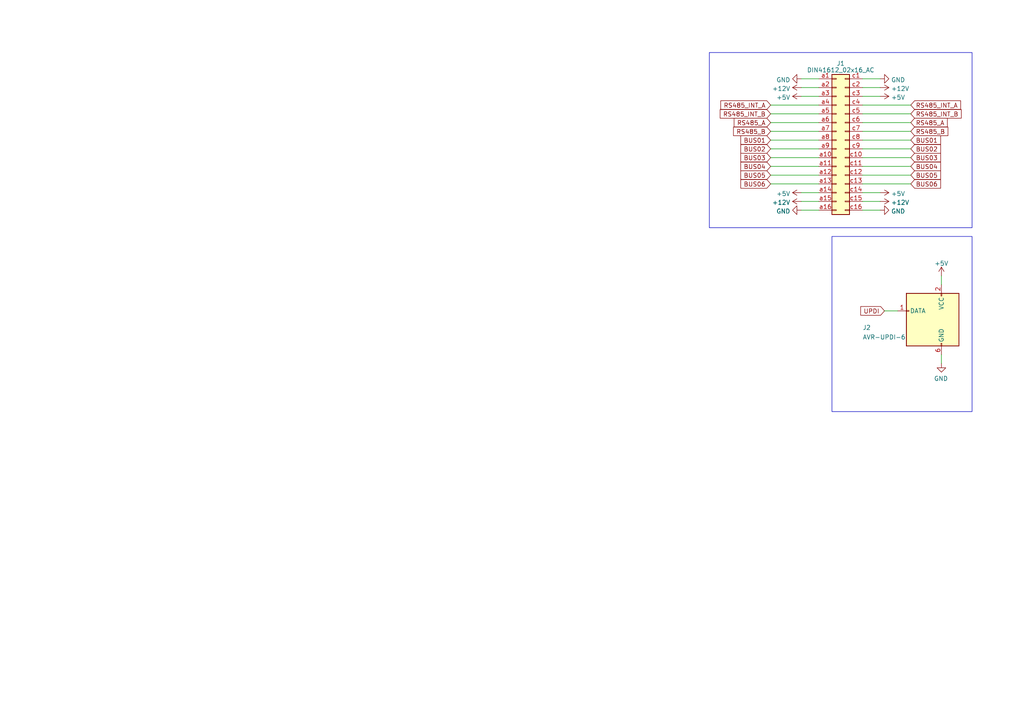
<source format=kicad_sch>
(kicad_sch (version 20230121) (generator eeschema)

  (uuid 6b3569b3-4a36-4be9-bb07-dd1b51db3191)

  (paper "A4")

  (lib_symbols
    (symbol "Connector:AVR-UPDI-6" (pin_names (offset 1.016)) (in_bom yes) (on_board yes)
      (property "Reference" "J" (at -6.35 8.89 0)
        (effects (font (size 1.27 1.27)) (justify left))
      )
      (property "Value" "AVR-UPDI-6" (at 0 8.89 0)
        (effects (font (size 1.27 1.27)) (justify left))
      )
      (property "Footprint" "" (at -6.35 -1.27 90)
        (effects (font (size 1.27 1.27)) hide)
      )
      (property "Datasheet" "https://www.microchip.com/webdoc/GUID-9D10622A-5C16-4405-B092-1BDD437B4976/index.html?GUID-9B349315-2842-4189-B88C-49F4E1055D7F" (at -32.385 -13.97 0)
        (effects (font (size 1.27 1.27)) hide)
      )
      (property "ki_keywords" "AVR UPDI Connector" (at 0 0 0)
        (effects (font (size 1.27 1.27)) hide)
      )
      (property "ki_description" "Atmel 6-pin UPDI connector" (at 0 0 0)
        (effects (font (size 1.27 1.27)) hide)
      )
      (property "ki_fp_filters" "IDC?Header*2x03* Pin?Header*2x03*" (at 0 0 0)
        (effects (font (size 1.27 1.27)) hide)
      )
      (symbol "AVR-UPDI-6_0_1"
        (rectangle (start -2.667 -6.858) (end -2.413 -7.62)
          (stroke (width 0) (type default))
          (fill (type none))
        )
        (rectangle (start -2.667 7.62) (end -2.413 6.858)
          (stroke (width 0) (type default))
          (fill (type none))
        )
        (rectangle (start 7.62 2.667) (end 6.858 2.413)
          (stroke (width 0) (type default))
          (fill (type none))
        )
        (rectangle (start 7.62 7.62) (end -7.62 -7.62)
          (stroke (width 0.254) (type default))
          (fill (type background))
        )
      )
      (symbol "AVR-UPDI-6_1_1"
        (pin passive line (at 10.16 2.54 180) (length 2.54)
          (name "DATA" (effects (font (size 1.27 1.27))))
          (number "1" (effects (font (size 1.27 1.27))))
        )
        (pin passive line (at -2.54 10.16 270) (length 2.54)
          (name "VCC" (effects (font (size 1.27 1.27))))
          (number "2" (effects (font (size 1.27 1.27))))
        )
        (pin no_connect line (at 7.62 0 180) (length 2.54) hide
          (name "NC" (effects (font (size 1.27 1.27))))
          (number "3" (effects (font (size 1.27 1.27))))
        )
        (pin no_connect line (at 7.62 -2.54 180) (length 2.54) hide
          (name "NC" (effects (font (size 1.27 1.27))))
          (number "4" (effects (font (size 1.27 1.27))))
        )
        (pin no_connect line (at 7.62 -5.08 180) (length 2.54) hide
          (name "NC" (effects (font (size 1.27 1.27))))
          (number "5" (effects (font (size 1.27 1.27))))
        )
        (pin passive line (at -2.54 -10.16 90) (length 2.54)
          (name "GND" (effects (font (size 1.27 1.27))))
          (number "6" (effects (font (size 1.27 1.27))))
        )
      )
    )
    (symbol "Connector:DIN41612_02x16_AC" (pin_names (offset 1.016) hide) (in_bom yes) (on_board yes)
      (property "Reference" "J" (at 1.27 20.32 0)
        (effects (font (size 1.27 1.27)))
      )
      (property "Value" "DIN41612_02x16_AC" (at 1.27 -22.86 0)
        (effects (font (size 1.27 1.27)))
      )
      (property "Footprint" "" (at 0 0 0)
        (effects (font (size 1.27 1.27)) hide)
      )
      (property "Datasheet" "~" (at 0 0 0)
        (effects (font (size 1.27 1.27)) hide)
      )
      (property "ki_keywords" "connector" (at 0 0 0)
        (effects (font (size 1.27 1.27)) hide)
      )
      (property "ki_description" "DIN41612 connector, double row (AC), 02x16, script generated (kicad-library-utils/schlib/autogen/connector/)" (at 0 0 0)
        (effects (font (size 1.27 1.27)) hide)
      )
      (property "ki_fp_filters" "DIN41612*2x*" (at 0 0 0)
        (effects (font (size 1.27 1.27)) hide)
      )
      (symbol "DIN41612_02x16_AC_1_1"
        (rectangle (start -1.27 -20.193) (end 0 -20.447)
          (stroke (width 0.1524) (type default))
          (fill (type none))
        )
        (rectangle (start -1.27 -17.653) (end 0 -17.907)
          (stroke (width 0.1524) (type default))
          (fill (type none))
        )
        (rectangle (start -1.27 -15.113) (end 0 -15.367)
          (stroke (width 0.1524) (type default))
          (fill (type none))
        )
        (rectangle (start -1.27 -12.573) (end 0 -12.827)
          (stroke (width 0.1524) (type default))
          (fill (type none))
        )
        (rectangle (start -1.27 -10.033) (end 0 -10.287)
          (stroke (width 0.1524) (type default))
          (fill (type none))
        )
        (rectangle (start -1.27 -7.493) (end 0 -7.747)
          (stroke (width 0.1524) (type default))
          (fill (type none))
        )
        (rectangle (start -1.27 -4.953) (end 0 -5.207)
          (stroke (width 0.1524) (type default))
          (fill (type none))
        )
        (rectangle (start -1.27 -2.413) (end 0 -2.667)
          (stroke (width 0.1524) (type default))
          (fill (type none))
        )
        (rectangle (start -1.27 0.127) (end 0 -0.127)
          (stroke (width 0.1524) (type default))
          (fill (type none))
        )
        (rectangle (start -1.27 2.667) (end 0 2.413)
          (stroke (width 0.1524) (type default))
          (fill (type none))
        )
        (rectangle (start -1.27 5.207) (end 0 4.953)
          (stroke (width 0.1524) (type default))
          (fill (type none))
        )
        (rectangle (start -1.27 7.747) (end 0 7.493)
          (stroke (width 0.1524) (type default))
          (fill (type none))
        )
        (rectangle (start -1.27 10.287) (end 0 10.033)
          (stroke (width 0.1524) (type default))
          (fill (type none))
        )
        (rectangle (start -1.27 12.827) (end 0 12.573)
          (stroke (width 0.1524) (type default))
          (fill (type none))
        )
        (rectangle (start -1.27 15.367) (end 0 15.113)
          (stroke (width 0.1524) (type default))
          (fill (type none))
        )
        (rectangle (start -1.27 17.907) (end 0 17.653)
          (stroke (width 0.1524) (type default))
          (fill (type none))
        )
        (rectangle (start -1.27 19.05) (end 3.81 -21.59)
          (stroke (width 0.254) (type default))
          (fill (type background))
        )
        (rectangle (start 3.81 -20.193) (end 2.54 -20.447)
          (stroke (width 0.1524) (type default))
          (fill (type none))
        )
        (rectangle (start 3.81 -17.653) (end 2.54 -17.907)
          (stroke (width 0.1524) (type default))
          (fill (type none))
        )
        (rectangle (start 3.81 -15.113) (end 2.54 -15.367)
          (stroke (width 0.1524) (type default))
          (fill (type none))
        )
        (rectangle (start 3.81 -12.573) (end 2.54 -12.827)
          (stroke (width 0.1524) (type default))
          (fill (type none))
        )
        (rectangle (start 3.81 -10.033) (end 2.54 -10.287)
          (stroke (width 0.1524) (type default))
          (fill (type none))
        )
        (rectangle (start 3.81 -7.493) (end 2.54 -7.747)
          (stroke (width 0.1524) (type default))
          (fill (type none))
        )
        (rectangle (start 3.81 -4.953) (end 2.54 -5.207)
          (stroke (width 0.1524) (type default))
          (fill (type none))
        )
        (rectangle (start 3.81 -2.413) (end 2.54 -2.667)
          (stroke (width 0.1524) (type default))
          (fill (type none))
        )
        (rectangle (start 3.81 0.127) (end 2.54 -0.127)
          (stroke (width 0.1524) (type default))
          (fill (type none))
        )
        (rectangle (start 3.81 2.667) (end 2.54 2.413)
          (stroke (width 0.1524) (type default))
          (fill (type none))
        )
        (rectangle (start 3.81 5.207) (end 2.54 4.953)
          (stroke (width 0.1524) (type default))
          (fill (type none))
        )
        (rectangle (start 3.81 7.747) (end 2.54 7.493)
          (stroke (width 0.1524) (type default))
          (fill (type none))
        )
        (rectangle (start 3.81 10.287) (end 2.54 10.033)
          (stroke (width 0.1524) (type default))
          (fill (type none))
        )
        (rectangle (start 3.81 12.827) (end 2.54 12.573)
          (stroke (width 0.1524) (type default))
          (fill (type none))
        )
        (rectangle (start 3.81 15.367) (end 2.54 15.113)
          (stroke (width 0.1524) (type default))
          (fill (type none))
        )
        (rectangle (start 3.81 17.907) (end 2.54 17.653)
          (stroke (width 0.1524) (type default))
          (fill (type none))
        )
        (pin passive line (at -5.08 17.78 0) (length 3.81)
          (name "Pin_a1" (effects (font (size 1.27 1.27))))
          (number "a1" (effects (font (size 1.27 1.27))))
        )
        (pin passive line (at -5.08 -5.08 0) (length 3.81)
          (name "Pin_a10" (effects (font (size 1.27 1.27))))
          (number "a10" (effects (font (size 1.27 1.27))))
        )
        (pin passive line (at -5.08 -7.62 0) (length 3.81)
          (name "Pin_a11" (effects (font (size 1.27 1.27))))
          (number "a11" (effects (font (size 1.27 1.27))))
        )
        (pin passive line (at -5.08 -10.16 0) (length 3.81)
          (name "Pin_a12" (effects (font (size 1.27 1.27))))
          (number "a12" (effects (font (size 1.27 1.27))))
        )
        (pin passive line (at -5.08 -12.7 0) (length 3.81)
          (name "Pin_a13" (effects (font (size 1.27 1.27))))
          (number "a13" (effects (font (size 1.27 1.27))))
        )
        (pin passive line (at -5.08 -15.24 0) (length 3.81)
          (name "Pin_a14" (effects (font (size 1.27 1.27))))
          (number "a14" (effects (font (size 1.27 1.27))))
        )
        (pin passive line (at -5.08 -17.78 0) (length 3.81)
          (name "Pin_a15" (effects (font (size 1.27 1.27))))
          (number "a15" (effects (font (size 1.27 1.27))))
        )
        (pin passive line (at -5.08 -20.32 0) (length 3.81)
          (name "Pin_a16" (effects (font (size 1.27 1.27))))
          (number "a16" (effects (font (size 1.27 1.27))))
        )
        (pin passive line (at -5.08 15.24 0) (length 3.81)
          (name "Pin_a2" (effects (font (size 1.27 1.27))))
          (number "a2" (effects (font (size 1.27 1.27))))
        )
        (pin passive line (at -5.08 12.7 0) (length 3.81)
          (name "Pin_a3" (effects (font (size 1.27 1.27))))
          (number "a3" (effects (font (size 1.27 1.27))))
        )
        (pin passive line (at -5.08 10.16 0) (length 3.81)
          (name "Pin_a4" (effects (font (size 1.27 1.27))))
          (number "a4" (effects (font (size 1.27 1.27))))
        )
        (pin passive line (at -5.08 7.62 0) (length 3.81)
          (name "Pin_a5" (effects (font (size 1.27 1.27))))
          (number "a5" (effects (font (size 1.27 1.27))))
        )
        (pin passive line (at -5.08 5.08 0) (length 3.81)
          (name "Pin_a6" (effects (font (size 1.27 1.27))))
          (number "a6" (effects (font (size 1.27 1.27))))
        )
        (pin passive line (at -5.08 2.54 0) (length 3.81)
          (name "Pin_a7" (effects (font (size 1.27 1.27))))
          (number "a7" (effects (font (size 1.27 1.27))))
        )
        (pin passive line (at -5.08 0 0) (length 3.81)
          (name "Pin_a8" (effects (font (size 1.27 1.27))))
          (number "a8" (effects (font (size 1.27 1.27))))
        )
        (pin passive line (at -5.08 -2.54 0) (length 3.81)
          (name "Pin_a9" (effects (font (size 1.27 1.27))))
          (number "a9" (effects (font (size 1.27 1.27))))
        )
        (pin passive line (at 7.62 17.78 180) (length 3.81)
          (name "Pin_c1" (effects (font (size 1.27 1.27))))
          (number "c1" (effects (font (size 1.27 1.27))))
        )
        (pin passive line (at 7.62 -5.08 180) (length 3.81)
          (name "Pin_c10" (effects (font (size 1.27 1.27))))
          (number "c10" (effects (font (size 1.27 1.27))))
        )
        (pin passive line (at 7.62 -7.62 180) (length 3.81)
          (name "Pin_c11" (effects (font (size 1.27 1.27))))
          (number "c11" (effects (font (size 1.27 1.27))))
        )
        (pin passive line (at 7.62 -10.16 180) (length 3.81)
          (name "Pin_c12" (effects (font (size 1.27 1.27))))
          (number "c12" (effects (font (size 1.27 1.27))))
        )
        (pin passive line (at 7.62 -12.7 180) (length 3.81)
          (name "Pin_c13" (effects (font (size 1.27 1.27))))
          (number "c13" (effects (font (size 1.27 1.27))))
        )
        (pin passive line (at 7.62 -15.24 180) (length 3.81)
          (name "Pin_c14" (effects (font (size 1.27 1.27))))
          (number "c14" (effects (font (size 1.27 1.27))))
        )
        (pin passive line (at 7.62 -17.78 180) (length 3.81)
          (name "Pin_c15" (effects (font (size 1.27 1.27))))
          (number "c15" (effects (font (size 1.27 1.27))))
        )
        (pin passive line (at 7.62 -20.32 180) (length 3.81)
          (name "Pin_c16" (effects (font (size 1.27 1.27))))
          (number "c16" (effects (font (size 1.27 1.27))))
        )
        (pin passive line (at 7.62 15.24 180) (length 3.81)
          (name "Pin_c2" (effects (font (size 1.27 1.27))))
          (number "c2" (effects (font (size 1.27 1.27))))
        )
        (pin passive line (at 7.62 12.7 180) (length 3.81)
          (name "Pin_c3" (effects (font (size 1.27 1.27))))
          (number "c3" (effects (font (size 1.27 1.27))))
        )
        (pin passive line (at 7.62 10.16 180) (length 3.81)
          (name "Pin_c4" (effects (font (size 1.27 1.27))))
          (number "c4" (effects (font (size 1.27 1.27))))
        )
        (pin passive line (at 7.62 7.62 180) (length 3.81)
          (name "Pin_c5" (effects (font (size 1.27 1.27))))
          (number "c5" (effects (font (size 1.27 1.27))))
        )
        (pin passive line (at 7.62 5.08 180) (length 3.81)
          (name "Pin_c6" (effects (font (size 1.27 1.27))))
          (number "c6" (effects (font (size 1.27 1.27))))
        )
        (pin passive line (at 7.62 2.54 180) (length 3.81)
          (name "Pin_c7" (effects (font (size 1.27 1.27))))
          (number "c7" (effects (font (size 1.27 1.27))))
        )
        (pin passive line (at 7.62 0 180) (length 3.81)
          (name "Pin_c8" (effects (font (size 1.27 1.27))))
          (number "c8" (effects (font (size 1.27 1.27))))
        )
        (pin passive line (at 7.62 -2.54 180) (length 3.81)
          (name "Pin_c9" (effects (font (size 1.27 1.27))))
          (number "c9" (effects (font (size 1.27 1.27))))
        )
      )
    )
    (symbol "power:+12V" (power) (pin_names (offset 0)) (in_bom yes) (on_board yes)
      (property "Reference" "#PWR" (at 0 -3.81 0)
        (effects (font (size 1.27 1.27)) hide)
      )
      (property "Value" "+12V" (at 0 3.556 0)
        (effects (font (size 1.27 1.27)))
      )
      (property "Footprint" "" (at 0 0 0)
        (effects (font (size 1.27 1.27)) hide)
      )
      (property "Datasheet" "" (at 0 0 0)
        (effects (font (size 1.27 1.27)) hide)
      )
      (property "ki_keywords" "global power" (at 0 0 0)
        (effects (font (size 1.27 1.27)) hide)
      )
      (property "ki_description" "Power symbol creates a global label with name \"+12V\"" (at 0 0 0)
        (effects (font (size 1.27 1.27)) hide)
      )
      (symbol "+12V_0_1"
        (polyline
          (pts
            (xy -0.762 1.27)
            (xy 0 2.54)
          )
          (stroke (width 0) (type default))
          (fill (type none))
        )
        (polyline
          (pts
            (xy 0 0)
            (xy 0 2.54)
          )
          (stroke (width 0) (type default))
          (fill (type none))
        )
        (polyline
          (pts
            (xy 0 2.54)
            (xy 0.762 1.27)
          )
          (stroke (width 0) (type default))
          (fill (type none))
        )
      )
      (symbol "+12V_1_1"
        (pin power_in line (at 0 0 90) (length 0) hide
          (name "+12V" (effects (font (size 1.27 1.27))))
          (number "1" (effects (font (size 1.27 1.27))))
        )
      )
    )
    (symbol "power:+5V" (power) (pin_names (offset 0)) (in_bom yes) (on_board yes)
      (property "Reference" "#PWR" (at 0 -3.81 0)
        (effects (font (size 1.27 1.27)) hide)
      )
      (property "Value" "+5V" (at 0 3.556 0)
        (effects (font (size 1.27 1.27)))
      )
      (property "Footprint" "" (at 0 0 0)
        (effects (font (size 1.27 1.27)) hide)
      )
      (property "Datasheet" "" (at 0 0 0)
        (effects (font (size 1.27 1.27)) hide)
      )
      (property "ki_keywords" "global power" (at 0 0 0)
        (effects (font (size 1.27 1.27)) hide)
      )
      (property "ki_description" "Power symbol creates a global label with name \"+5V\"" (at 0 0 0)
        (effects (font (size 1.27 1.27)) hide)
      )
      (symbol "+5V_0_1"
        (polyline
          (pts
            (xy -0.762 1.27)
            (xy 0 2.54)
          )
          (stroke (width 0) (type default))
          (fill (type none))
        )
        (polyline
          (pts
            (xy 0 0)
            (xy 0 2.54)
          )
          (stroke (width 0) (type default))
          (fill (type none))
        )
        (polyline
          (pts
            (xy 0 2.54)
            (xy 0.762 1.27)
          )
          (stroke (width 0) (type default))
          (fill (type none))
        )
      )
      (symbol "+5V_1_1"
        (pin power_in line (at 0 0 90) (length 0) hide
          (name "+5V" (effects (font (size 1.27 1.27))))
          (number "1" (effects (font (size 1.27 1.27))))
        )
      )
    )
    (symbol "power:GND" (power) (pin_names (offset 0)) (in_bom yes) (on_board yes)
      (property "Reference" "#PWR" (at 0 -6.35 0)
        (effects (font (size 1.27 1.27)) hide)
      )
      (property "Value" "GND" (at 0 -3.81 0)
        (effects (font (size 1.27 1.27)))
      )
      (property "Footprint" "" (at 0 0 0)
        (effects (font (size 1.27 1.27)) hide)
      )
      (property "Datasheet" "" (at 0 0 0)
        (effects (font (size 1.27 1.27)) hide)
      )
      (property "ki_keywords" "global power" (at 0 0 0)
        (effects (font (size 1.27 1.27)) hide)
      )
      (property "ki_description" "Power symbol creates a global label with name \"GND\" , ground" (at 0 0 0)
        (effects (font (size 1.27 1.27)) hide)
      )
      (symbol "GND_0_1"
        (polyline
          (pts
            (xy 0 0)
            (xy 0 -1.27)
            (xy 1.27 -1.27)
            (xy 0 -2.54)
            (xy -1.27 -1.27)
            (xy 0 -1.27)
          )
          (stroke (width 0) (type default))
          (fill (type none))
        )
      )
      (symbol "GND_1_1"
        (pin power_in line (at 0 0 270) (length 0) hide
          (name "GND" (effects (font (size 1.27 1.27))))
          (number "1" (effects (font (size 1.27 1.27))))
        )
      )
    )
  )


  (wire (pts (xy 250.19 38.1) (xy 264.16 38.1))
    (stroke (width 0) (type default))
    (uuid 022063b7-b7b8-4581-9435-210946db142e)
  )
  (wire (pts (xy 250.19 48.26) (xy 264.16 48.26))
    (stroke (width 0) (type default))
    (uuid 0d20c5a2-1c47-4e21-bd4d-a43aaef6488c)
  )
  (wire (pts (xy 237.49 53.34) (xy 223.52 53.34))
    (stroke (width 0) (type default))
    (uuid 101b3746-f252-4b39-ab72-d9454e297dbe)
  )
  (wire (pts (xy 237.49 45.72) (xy 223.52 45.72))
    (stroke (width 0) (type default))
    (uuid 114033fd-8099-40ca-ab7a-efa626d95bbb)
  )
  (wire (pts (xy 237.49 50.8) (xy 223.52 50.8))
    (stroke (width 0) (type default))
    (uuid 13fe2e69-bf26-4999-b073-ef0f730efd97)
  )
  (wire (pts (xy 232.41 55.88) (xy 237.49 55.88))
    (stroke (width 0) (type default))
    (uuid 19e54137-0e95-4cb8-8e26-bafb0aa82e58)
  )
  (wire (pts (xy 237.49 48.26) (xy 223.52 48.26))
    (stroke (width 0) (type default))
    (uuid 1c477352-3ffa-4bb7-a7c3-b246ccac9663)
  )
  (wire (pts (xy 232.41 27.94) (xy 237.49 27.94))
    (stroke (width 0) (type default))
    (uuid 3031e895-3d22-4f14-885a-890be34c751e)
  )
  (wire (pts (xy 237.49 43.18) (xy 223.52 43.18))
    (stroke (width 0) (type default))
    (uuid 3182587f-7f39-4605-8bc0-73925aabf028)
  )
  (wire (pts (xy 250.19 35.56) (xy 264.16 35.56))
    (stroke (width 0) (type default))
    (uuid 3aa3845c-1278-43db-8448-542821130cdd)
  )
  (wire (pts (xy 250.19 53.34) (xy 264.16 53.34))
    (stroke (width 0) (type default))
    (uuid 5572687f-55f7-4e94-a393-a8a4ba3e3853)
  )
  (wire (pts (xy 250.19 25.4) (xy 255.27 25.4))
    (stroke (width 0) (type default))
    (uuid 5b2b0c7d-ee83-4724-a1bc-5289511eef34)
  )
  (wire (pts (xy 232.41 58.42) (xy 237.49 58.42))
    (stroke (width 0) (type default))
    (uuid 65770819-8f92-4e5c-9774-2a782a541cee)
  )
  (wire (pts (xy 223.52 38.1) (xy 237.49 38.1))
    (stroke (width 0) (type default))
    (uuid 7a6d1909-fc9f-4b20-b19c-3ae35405cfbf)
  )
  (wire (pts (xy 250.19 40.64) (xy 264.16 40.64))
    (stroke (width 0) (type default))
    (uuid 7be1e91e-d366-426c-b9ed-0cb84db731bb)
  )
  (wire (pts (xy 250.19 45.72) (xy 264.16 45.72))
    (stroke (width 0) (type default))
    (uuid 809a4cde-bcf6-4ce8-afdf-45ad5a763878)
  )
  (wire (pts (xy 232.41 25.4) (xy 237.49 25.4))
    (stroke (width 0) (type default))
    (uuid 83ddae24-9e57-4930-8db8-81e46ef107cd)
  )
  (wire (pts (xy 232.41 60.96) (xy 237.49 60.96))
    (stroke (width 0) (type default))
    (uuid 861ababd-752c-4fa5-b6f0-ebf14500885d)
  )
  (wire (pts (xy 250.19 58.42) (xy 255.27 58.42))
    (stroke (width 0) (type default))
    (uuid 9094edcd-9498-4d90-a47f-4920d160574e)
  )
  (wire (pts (xy 250.19 22.86) (xy 255.27 22.86))
    (stroke (width 0) (type default))
    (uuid a24e5a01-f8e9-4532-801b-011a368030c2)
  )
  (wire (pts (xy 273.05 80.01) (xy 273.05 82.55))
    (stroke (width 0) (type default))
    (uuid a817466b-240d-428c-8bf2-c4467a3e88ca)
  )
  (wire (pts (xy 250.19 60.96) (xy 255.27 60.96))
    (stroke (width 0) (type default))
    (uuid adc9db31-9a15-499b-ab44-b4c70947ea72)
  )
  (wire (pts (xy 223.52 33.02) (xy 237.49 33.02))
    (stroke (width 0) (type default))
    (uuid b55b79a5-e887-4347-bcaf-8a49a7a36fab)
  )
  (wire (pts (xy 250.19 33.02) (xy 264.16 33.02))
    (stroke (width 0) (type default))
    (uuid bb6d17df-81f5-45a5-b71f-73397dac05e4)
  )
  (wire (pts (xy 250.19 27.94) (xy 255.27 27.94))
    (stroke (width 0) (type default))
    (uuid bc9ef7ff-2f92-40bb-9c32-ed7c977b042a)
  )
  (wire (pts (xy 223.52 30.48) (xy 237.49 30.48))
    (stroke (width 0) (type default))
    (uuid be13c820-bb14-4e8f-acb4-1277043b71cc)
  )
  (wire (pts (xy 250.19 50.8) (xy 264.16 50.8))
    (stroke (width 0) (type default))
    (uuid e155250a-8c92-4729-9f4e-c1083e88508f)
  )
  (wire (pts (xy 250.19 43.18) (xy 264.16 43.18))
    (stroke (width 0) (type default))
    (uuid e572f03f-23b5-477e-844f-672babe1ddb4)
  )
  (wire (pts (xy 237.49 40.64) (xy 223.52 40.64))
    (stroke (width 0) (type default))
    (uuid ebcf2c1b-7fa8-4e66-a8be-d6f26c0bdcf2)
  )
  (wire (pts (xy 256.54 90.17) (xy 260.35 90.17))
    (stroke (width 0) (type default))
    (uuid f4125c65-bacb-4f30-9ef9-6862ed97c7d8)
  )
  (wire (pts (xy 232.41 22.86) (xy 237.49 22.86))
    (stroke (width 0) (type default))
    (uuid f524764a-7209-4aa0-b245-55639fa47b58)
  )
  (wire (pts (xy 250.19 30.48) (xy 264.16 30.48))
    (stroke (width 0) (type default))
    (uuid f5822d6f-1ce3-485d-bf17-f482fb77d820)
  )
  (wire (pts (xy 273.05 102.87) (xy 273.05 105.41))
    (stroke (width 0) (type default))
    (uuid f65ebd80-1af4-4f98-9a01-d0b4eafab0f2)
  )
  (wire (pts (xy 223.52 35.56) (xy 237.49 35.56))
    (stroke (width 0) (type default))
    (uuid f7350795-4843-42d5-a766-c6bbdd79717e)
  )
  (wire (pts (xy 250.19 55.88) (xy 255.27 55.88))
    (stroke (width 0) (type default))
    (uuid fc056038-13c0-4e2d-a075-693ee7ef0acf)
  )

  (rectangle (start 241.3 68.58) (end 281.94 119.38)
    (stroke (width 0) (type default))
    (fill (type none))
    (uuid 3ad76fdd-7398-47f3-a54f-d1ef6276818b)
  )
  (rectangle (start 205.74 15.24) (end 281.94 66.04)
    (stroke (width 0) (type default))
    (fill (type none))
    (uuid 7e7cefac-4fe2-491a-bdea-da6e273d6f7c)
  )

  (global_label "BUS01" (shape input) (at 264.16 40.64 0) (fields_autoplaced)
    (effects (font (size 1.27 1.27)) (justify left))
    (uuid 028f255e-a806-4bf7-9808-eb3dd2338b1f)
    (property "Intersheetrefs" "${INTERSHEET_REFS}" (at 273.2948 40.64 0)
      (effects (font (size 1.27 1.27)) (justify left) hide)
    )
  )
  (global_label "RS485_B" (shape input) (at 223.52 38.1 180) (fields_autoplaced)
    (effects (font (size 1.27 1.27)) (justify right))
    (uuid 1dc54aeb-c68f-41a5-b066-c08bc4669d89)
    (property "Intersheetrefs" "${INTERSHEET_REFS}" (at 212.2686 38.1 0)
      (effects (font (size 1.27 1.27)) (justify right) hide)
    )
  )
  (global_label "UPDI" (shape input) (at 256.54 90.17 180) (fields_autoplaced)
    (effects (font (size 1.27 1.27)) (justify right))
    (uuid 2d4330fe-ae4f-4808-b2a4-2933b8baa515)
    (property "Intersheetrefs" "${INTERSHEET_REFS}" (at 249.1589 90.17 0)
      (effects (font (size 1.27 1.27)) (justify right) hide)
    )
  )
  (global_label "BUS03" (shape input) (at 223.52 45.72 180) (fields_autoplaced)
    (effects (font (size 1.27 1.27)) (justify right))
    (uuid 2d93b2b8-9eba-4b83-be07-c157d7406eb3)
    (property "Intersheetrefs" "${INTERSHEET_REFS}" (at 214.3852 45.72 0)
      (effects (font (size 1.27 1.27)) (justify right) hide)
    )
  )
  (global_label "BUS02" (shape input) (at 223.52 43.18 180) (fields_autoplaced)
    (effects (font (size 1.27 1.27)) (justify right))
    (uuid 31da8ef7-441c-465b-a643-1759623ca7fd)
    (property "Intersheetrefs" "${INTERSHEET_REFS}" (at 214.3852 43.18 0)
      (effects (font (size 1.27 1.27)) (justify right) hide)
    )
  )
  (global_label "BUS06" (shape input) (at 264.16 53.34 0) (fields_autoplaced)
    (effects (font (size 1.27 1.27)) (justify left))
    (uuid 397abb69-cedb-44ba-ba7f-a1cde4c75102)
    (property "Intersheetrefs" "${INTERSHEET_REFS}" (at 273.2948 53.34 0)
      (effects (font (size 1.27 1.27)) (justify left) hide)
    )
  )
  (global_label "BUS06" (shape input) (at 223.52 53.34 180) (fields_autoplaced)
    (effects (font (size 1.27 1.27)) (justify right))
    (uuid 3c1464a7-9bb4-4e6f-bc52-54b58791b35a)
    (property "Intersheetrefs" "${INTERSHEET_REFS}" (at 214.3852 53.34 0)
      (effects (font (size 1.27 1.27)) (justify right) hide)
    )
  )
  (global_label "RS485_INT_B" (shape input) (at 223.52 33.02 180) (fields_autoplaced)
    (effects (font (size 1.27 1.27)) (justify right))
    (uuid 45f68730-7b79-4323-8342-50de37315893)
    (property "Intersheetrefs" "${INTERSHEET_REFS}" (at 208.3981 33.02 0)
      (effects (font (size 1.27 1.27)) (justify right) hide)
    )
  )
  (global_label "RS485_A" (shape input) (at 264.16 35.56 0) (fields_autoplaced)
    (effects (font (size 1.27 1.27)) (justify left))
    (uuid 477e971c-34b6-4705-b0e7-bc766ee582c2)
    (property "Intersheetrefs" "${INTERSHEET_REFS}" (at 275.23 35.56 0)
      (effects (font (size 1.27 1.27)) (justify left) hide)
    )
  )
  (global_label "RS485_INT_B" (shape input) (at 264.16 33.02 0) (fields_autoplaced)
    (effects (font (size 1.27 1.27)) (justify left))
    (uuid 6c5d6d29-84a0-4958-9e43-9f51364fd8ad)
    (property "Intersheetrefs" "${INTERSHEET_REFS}" (at 279.2819 33.02 0)
      (effects (font (size 1.27 1.27)) (justify left) hide)
    )
  )
  (global_label "BUS04" (shape input) (at 223.52 48.26 180) (fields_autoplaced)
    (effects (font (size 1.27 1.27)) (justify right))
    (uuid 72fe03a0-f052-4300-a866-a4e881f46ba4)
    (property "Intersheetrefs" "${INTERSHEET_REFS}" (at 214.3852 48.26 0)
      (effects (font (size 1.27 1.27)) (justify right) hide)
    )
  )
  (global_label "RS485_A" (shape input) (at 223.52 35.56 180) (fields_autoplaced)
    (effects (font (size 1.27 1.27)) (justify right))
    (uuid 81f1bb8e-018c-46f1-99e5-1ab408c992eb)
    (property "Intersheetrefs" "${INTERSHEET_REFS}" (at 212.45 35.56 0)
      (effects (font (size 1.27 1.27)) (justify right) hide)
    )
  )
  (global_label "BUS03" (shape input) (at 264.16 45.72 0) (fields_autoplaced)
    (effects (font (size 1.27 1.27)) (justify left))
    (uuid 8eb6e652-da11-46d8-a6c8-4877163388c6)
    (property "Intersheetrefs" "${INTERSHEET_REFS}" (at 273.2948 45.72 0)
      (effects (font (size 1.27 1.27)) (justify left) hide)
    )
  )
  (global_label "BUS01" (shape input) (at 223.52 40.64 180) (fields_autoplaced)
    (effects (font (size 1.27 1.27)) (justify right))
    (uuid cc06546f-da45-4f90-afd7-317e4c0ba2c7)
    (property "Intersheetrefs" "${INTERSHEET_REFS}" (at 214.3852 40.64 0)
      (effects (font (size 1.27 1.27)) (justify right) hide)
    )
  )
  (global_label "BUS04" (shape input) (at 264.16 48.26 0) (fields_autoplaced)
    (effects (font (size 1.27 1.27)) (justify left))
    (uuid cd79eb29-5a11-4444-9790-a9357b0be40d)
    (property "Intersheetrefs" "${INTERSHEET_REFS}" (at 273.2948 48.26 0)
      (effects (font (size 1.27 1.27)) (justify left) hide)
    )
  )
  (global_label "BUS02" (shape input) (at 264.16 43.18 0) (fields_autoplaced)
    (effects (font (size 1.27 1.27)) (justify left))
    (uuid d9c9989a-b1b8-4bbf-b44f-9c8b83ac6906)
    (property "Intersheetrefs" "${INTERSHEET_REFS}" (at 273.2948 43.18 0)
      (effects (font (size 1.27 1.27)) (justify left) hide)
    )
  )
  (global_label "RS485_INT_A" (shape input) (at 223.52 30.48 180) (fields_autoplaced)
    (effects (font (size 1.27 1.27)) (justify right))
    (uuid e22e927f-0db4-45b5-991a-49987145c5c4)
    (property "Intersheetrefs" "${INTERSHEET_REFS}" (at 208.5795 30.48 0)
      (effects (font (size 1.27 1.27)) (justify right) hide)
    )
  )
  (global_label "BUS05" (shape input) (at 264.16 50.8 0) (fields_autoplaced)
    (effects (font (size 1.27 1.27)) (justify left))
    (uuid e3a59b52-754d-4d90-b7f2-6e1e8327f7f3)
    (property "Intersheetrefs" "${INTERSHEET_REFS}" (at 273.2948 50.8 0)
      (effects (font (size 1.27 1.27)) (justify left) hide)
    )
  )
  (global_label "RS485_B" (shape input) (at 264.16 38.1 0) (fields_autoplaced)
    (effects (font (size 1.27 1.27)) (justify left))
    (uuid e404b794-0067-4342-ba75-fc91496b3e8e)
    (property "Intersheetrefs" "${INTERSHEET_REFS}" (at 275.4114 38.1 0)
      (effects (font (size 1.27 1.27)) (justify left) hide)
    )
  )
  (global_label "BUS05" (shape input) (at 223.52 50.8 180) (fields_autoplaced)
    (effects (font (size 1.27 1.27)) (justify right))
    (uuid eacd8cad-e0e0-47ac-b500-07624c97ac5d)
    (property "Intersheetrefs" "${INTERSHEET_REFS}" (at 214.3852 50.8 0)
      (effects (font (size 1.27 1.27)) (justify right) hide)
    )
  )
  (global_label "RS485_INT_A" (shape input) (at 264.16 30.48 0) (fields_autoplaced)
    (effects (font (size 1.27 1.27)) (justify left))
    (uuid fa69601c-1745-4483-a928-a39b4f290d6a)
    (property "Intersheetrefs" "${INTERSHEET_REFS}" (at 279.1005 30.48 0)
      (effects (font (size 1.27 1.27)) (justify left) hide)
    )
  )

  (symbol (lib_id "power:GND") (at 232.41 22.86 270) (unit 1)
    (in_bom yes) (on_board yes) (dnp no) (fields_autoplaced)
    (uuid 20314483-c99e-4d78-9462-c43c79d49bcb)
    (property "Reference" "#PWR03" (at 226.06 22.86 0)
      (effects (font (size 1.27 1.27)) hide)
    )
    (property "Value" "GND" (at 229.2351 23.1768 90)
      (effects (font (size 1.27 1.27)) (justify right))
    )
    (property "Footprint" "" (at 232.41 22.86 0)
      (effects (font (size 1.27 1.27)) hide)
    )
    (property "Datasheet" "" (at 232.41 22.86 0)
      (effects (font (size 1.27 1.27)) hide)
    )
    (pin "1" (uuid 2b7cd3a9-7c78-4288-95be-387a2fbcb5ea))
    (instances
      (project "kha-bgt-template"
        (path "/6b3569b3-4a36-4be9-bb07-dd1b51db3191"
          (reference "#PWR03") (unit 1)
        )
      )
      (project "kha-panel-audio"
        (path "/75baa38f-e30a-4f1c-9178-986a17faf6d3"
          (reference "#PWR039") (unit 1)
        )
      )
    )
  )

  (symbol (lib_id "power:+12V") (at 232.41 25.4 90) (unit 1)
    (in_bom yes) (on_board yes) (dnp no) (fields_autoplaced)
    (uuid 205a0e37-e58a-4d65-93d0-5d2b27a642b0)
    (property "Reference" "#PWR06" (at 236.22 25.4 0)
      (effects (font (size 1.27 1.27)) hide)
    )
    (property "Value" "+12V" (at 229.235 25.7168 90)
      (effects (font (size 1.27 1.27)) (justify left))
    )
    (property "Footprint" "" (at 232.41 25.4 0)
      (effects (font (size 1.27 1.27)) hide)
    )
    (property "Datasheet" "" (at 232.41 25.4 0)
      (effects (font (size 1.27 1.27)) hide)
    )
    (pin "1" (uuid a9068617-d762-4ba3-916c-0752a6ec08ec))
    (instances
      (project "kha-bgt-template"
        (path "/6b3569b3-4a36-4be9-bb07-dd1b51db3191"
          (reference "#PWR06") (unit 1)
        )
      )
      (project "kha-panel-audio"
        (path "/75baa38f-e30a-4f1c-9178-986a17faf6d3"
          (reference "#PWR037") (unit 1)
        )
      )
    )
  )

  (symbol (lib_id "power:+5V") (at 255.27 55.88 270) (unit 1)
    (in_bom yes) (on_board yes) (dnp no) (fields_autoplaced)
    (uuid 31f11165-be86-497f-9427-8534f1274172)
    (property "Reference" "#PWR011" (at 251.46 55.88 0)
      (effects (font (size 1.27 1.27)) hide)
    )
    (property "Value" "+5V" (at 258.445 56.1968 90)
      (effects (font (size 1.27 1.27)) (justify left))
    )
    (property "Footprint" "" (at 255.27 55.88 0)
      (effects (font (size 1.27 1.27)) hide)
    )
    (property "Datasheet" "" (at 255.27 55.88 0)
      (effects (font (size 1.27 1.27)) hide)
    )
    (pin "1" (uuid 958d56d0-3159-4e21-a610-3cd0ee2fc19e))
    (instances
      (project "kha-bgt-template"
        (path "/6b3569b3-4a36-4be9-bb07-dd1b51db3191"
          (reference "#PWR011") (unit 1)
        )
      )
      (project "kha-panel-audio"
        (path "/75baa38f-e30a-4f1c-9178-986a17faf6d3"
          (reference "#PWR036") (unit 1)
        )
      )
    )
  )

  (symbol (lib_id "power:GND") (at 273.05 105.41 0) (mirror y) (unit 1)
    (in_bom yes) (on_board yes) (dnp no)
    (uuid 33bcdc63-a32b-42f7-930d-27e8a68e67a3)
    (property "Reference" "#PWR027" (at 273.05 111.76 0)
      (effects (font (size 1.27 1.27)) hide)
    )
    (property "Value" "GND" (at 272.923 109.8042 0)
      (effects (font (size 1.27 1.27)))
    )
    (property "Footprint" "" (at 273.05 105.41 0)
      (effects (font (size 1.27 1.27)) hide)
    )
    (property "Datasheet" "" (at 273.05 105.41 0)
      (effects (font (size 1.27 1.27)) hide)
    )
    (pin "1" (uuid 28364c51-d0d4-4d48-9ded-0f4e6654c401))
    (instances
      (project "kha-bgt-template"
        (path "/6b3569b3-4a36-4be9-bb07-dd1b51db3191"
          (reference "#PWR027") (unit 1)
        )
      )
      (project "kha-led-ikea-node"
        (path "/e63e39d7-6ac0-4ffd-8aa3-1841a4541b55"
          (reference "#PWR026") (unit 1)
        )
      )
    )
  )

  (symbol (lib_id "power:+5V") (at 255.27 27.94 270) (unit 1)
    (in_bom yes) (on_board yes) (dnp no) (fields_autoplaced)
    (uuid 34b05561-3f0a-416a-8a14-be6ba7144e79)
    (property "Reference" "#PWR09" (at 251.46 27.94 0)
      (effects (font (size 1.27 1.27)) hide)
    )
    (property "Value" "+5V" (at 258.445 28.2568 90)
      (effects (font (size 1.27 1.27)) (justify left))
    )
    (property "Footprint" "" (at 255.27 27.94 0)
      (effects (font (size 1.27 1.27)) hide)
    )
    (property "Datasheet" "" (at 255.27 27.94 0)
      (effects (font (size 1.27 1.27)) hide)
    )
    (pin "1" (uuid c26a030c-0c1e-4629-a333-56c8bd372cf2))
    (instances
      (project "kha-bgt-template"
        (path "/6b3569b3-4a36-4be9-bb07-dd1b51db3191"
          (reference "#PWR09") (unit 1)
        )
      )
      (project "kha-panel-audio"
        (path "/75baa38f-e30a-4f1c-9178-986a17faf6d3"
          (reference "#PWR036") (unit 1)
        )
      )
    )
  )

  (symbol (lib_id "power:+5V") (at 232.41 27.94 90) (unit 1)
    (in_bom yes) (on_board yes) (dnp no) (fields_autoplaced)
    (uuid 401810d8-6273-4b6b-8d18-fc51f601067d)
    (property "Reference" "#PWR08" (at 236.22 27.94 0)
      (effects (font (size 1.27 1.27)) hide)
    )
    (property "Value" "+5V" (at 229.2351 28.2568 90)
      (effects (font (size 1.27 1.27)) (justify left))
    )
    (property "Footprint" "" (at 232.41 27.94 0)
      (effects (font (size 1.27 1.27)) hide)
    )
    (property "Datasheet" "" (at 232.41 27.94 0)
      (effects (font (size 1.27 1.27)) hide)
    )
    (pin "1" (uuid 50ca7307-2986-4c9d-ae04-11a43a923a4e))
    (instances
      (project "kha-bgt-template"
        (path "/6b3569b3-4a36-4be9-bb07-dd1b51db3191"
          (reference "#PWR08") (unit 1)
        )
      )
      (project "kha-panel-audio"
        (path "/75baa38f-e30a-4f1c-9178-986a17faf6d3"
          (reference "#PWR035") (unit 1)
        )
      )
    )
  )

  (symbol (lib_id "power:+5V") (at 273.05 80.01 0) (unit 1)
    (in_bom yes) (on_board yes) (dnp no) (fields_autoplaced)
    (uuid 4ba0a827-f10e-4fa0-a868-09606e7eae98)
    (property "Reference" "#PWR024" (at 273.05 83.82 0)
      (effects (font (size 1.27 1.27)) hide)
    )
    (property "Value" "+5V" (at 273.05 76.4055 0)
      (effects (font (size 1.27 1.27)))
    )
    (property "Footprint" "" (at 273.05 80.01 0)
      (effects (font (size 1.27 1.27)) hide)
    )
    (property "Datasheet" "" (at 273.05 80.01 0)
      (effects (font (size 1.27 1.27)) hide)
    )
    (pin "1" (uuid a1e5c5ad-a16a-4f20-85f4-a10830bdc35c))
    (instances
      (project "kha-bgt-template"
        (path "/6b3569b3-4a36-4be9-bb07-dd1b51db3191"
          (reference "#PWR024") (unit 1)
        )
      )
      (project "kha-led-ikea-node"
        (path "/e63e39d7-6ac0-4ffd-8aa3-1841a4541b55"
          (reference "#PWR020") (unit 1)
        )
      )
    )
  )

  (symbol (lib_id "power:+5V") (at 232.41 55.88 90) (unit 1)
    (in_bom yes) (on_board yes) (dnp no) (fields_autoplaced)
    (uuid 5103d33b-46c0-49fe-8826-310b66796e02)
    (property "Reference" "#PWR010" (at 236.22 55.88 0)
      (effects (font (size 1.27 1.27)) hide)
    )
    (property "Value" "+5V" (at 229.2351 56.1968 90)
      (effects (font (size 1.27 1.27)) (justify left))
    )
    (property "Footprint" "" (at 232.41 55.88 0)
      (effects (font (size 1.27 1.27)) hide)
    )
    (property "Datasheet" "" (at 232.41 55.88 0)
      (effects (font (size 1.27 1.27)) hide)
    )
    (pin "1" (uuid b590c815-46f8-44f5-8a7d-656c828a7107))
    (instances
      (project "kha-bgt-template"
        (path "/6b3569b3-4a36-4be9-bb07-dd1b51db3191"
          (reference "#PWR010") (unit 1)
        )
      )
      (project "kha-panel-audio"
        (path "/75baa38f-e30a-4f1c-9178-986a17faf6d3"
          (reference "#PWR035") (unit 1)
        )
      )
    )
  )

  (symbol (lib_id "power:+12V") (at 255.27 25.4 270) (mirror x) (unit 1)
    (in_bom yes) (on_board yes) (dnp no) (fields_autoplaced)
    (uuid 845e1417-7765-4488-9a79-9cec50ec3091)
    (property "Reference" "#PWR07" (at 251.46 25.4 0)
      (effects (font (size 1.27 1.27)) hide)
    )
    (property "Value" "+12V" (at 258.445 25.7168 90)
      (effects (font (size 1.27 1.27)) (justify left))
    )
    (property "Footprint" "" (at 255.27 25.4 0)
      (effects (font (size 1.27 1.27)) hide)
    )
    (property "Datasheet" "" (at 255.27 25.4 0)
      (effects (font (size 1.27 1.27)) hide)
    )
    (pin "1" (uuid 1cc90f64-f3c0-4340-9997-f8a180c2aeba))
    (instances
      (project "kha-bgt-template"
        (path "/6b3569b3-4a36-4be9-bb07-dd1b51db3191"
          (reference "#PWR07") (unit 1)
        )
      )
      (project "kha-panel-audio"
        (path "/75baa38f-e30a-4f1c-9178-986a17faf6d3"
          (reference "#PWR038") (unit 1)
        )
      )
    )
  )

  (symbol (lib_id "power:+12V") (at 232.41 58.42 90) (unit 1)
    (in_bom yes) (on_board yes) (dnp no) (fields_autoplaced)
    (uuid 8fdc3bd4-60b7-4c4a-adfe-6f25a0f0631f)
    (property "Reference" "#PWR014" (at 236.22 58.42 0)
      (effects (font (size 1.27 1.27)) hide)
    )
    (property "Value" "+12V" (at 229.235 58.7368 90)
      (effects (font (size 1.27 1.27)) (justify left))
    )
    (property "Footprint" "" (at 232.41 58.42 0)
      (effects (font (size 1.27 1.27)) hide)
    )
    (property "Datasheet" "" (at 232.41 58.42 0)
      (effects (font (size 1.27 1.27)) hide)
    )
    (pin "1" (uuid e7bc4613-104b-41dd-bfab-3329eac6ce1b))
    (instances
      (project "kha-bgt-template"
        (path "/6b3569b3-4a36-4be9-bb07-dd1b51db3191"
          (reference "#PWR014") (unit 1)
        )
      )
      (project "kha-panel-audio"
        (path "/75baa38f-e30a-4f1c-9178-986a17faf6d3"
          (reference "#PWR037") (unit 1)
        )
      )
    )
  )

  (symbol (lib_id "Connector:DIN41612_02x16_AC") (at 242.57 40.64 0) (unit 1)
    (in_bom yes) (on_board yes) (dnp no)
    (uuid 940d90a9-e969-43f6-9480-e3c9edd70154)
    (property "Reference" "J1" (at 243.84 18.399 0)
      (effects (font (size 1.27 1.27)))
    )
    (property "Value" "DIN41612_02x16_AC" (at 243.84 20.32 0)
      (effects (font (size 1.27 1.27)))
    )
    (property "Footprint" "Connector_DIN:DIN41612_C2_2x16_Male_Horizontal_THT" (at 242.57 40.64 0)
      (effects (font (size 1.27 1.27)) hide)
    )
    (property "Datasheet" "~" (at 242.57 40.64 0)
      (effects (font (size 1.27 1.27)) hide)
    )
    (pin "a1" (uuid add501cf-ede6-4dd3-ad5f-588e73925340))
    (pin "a10" (uuid afdc351f-26b8-4db4-b521-dbde1ab41a2f))
    (pin "a11" (uuid 7715f897-a923-4099-aedf-640b399af53c))
    (pin "a12" (uuid 720467d6-1363-40ba-a590-8477c4b8cb60))
    (pin "a13" (uuid 8166a814-c9b4-4ae0-85c1-45ed882c4fd5))
    (pin "a14" (uuid 81631742-9f6e-42f7-8cb5-4426a27231be))
    (pin "a15" (uuid ea77e2d7-05ce-486b-986a-740664d3fa53))
    (pin "a16" (uuid 35ce0f3f-17e8-4b7e-ba14-d7cd37ba502d))
    (pin "a2" (uuid aad88623-4448-4387-bba1-fc1577223b75))
    (pin "a3" (uuid 5d177170-9c52-4246-a2e4-62ed69b821d6))
    (pin "a4" (uuid c2b8331c-dee9-4cbd-bfd0-f26488d40e2f))
    (pin "a5" (uuid 59ece37b-957e-4fc5-80f1-e60ca0738919))
    (pin "a6" (uuid 626ec8f6-5f87-4ac4-be0d-66dbfada83b4))
    (pin "a7" (uuid cb193ab9-19e7-497e-b2e6-5b78e766348e))
    (pin "a8" (uuid 7eefc033-ebd6-4173-b599-86acc23dd96e))
    (pin "a9" (uuid ad312dee-253a-4555-8a15-f656d2475673))
    (pin "c1" (uuid 49a78d99-8c60-4402-b06b-c01604b2726a))
    (pin "c10" (uuid c1f10e64-15a8-4d7a-8c97-b1d71b54a1ec))
    (pin "c11" (uuid 164614c7-6a35-4412-9794-8e001d51bc19))
    (pin "c12" (uuid 9b41bade-2da1-44cb-bc71-10534d9bed1e))
    (pin "c13" (uuid 27936169-8261-420f-8dea-5988c6035be6))
    (pin "c14" (uuid 8355163d-4f0a-4881-94ec-9db2b37f18db))
    (pin "c15" (uuid 87179f2b-d08f-4a6d-b21b-55270805fe74))
    (pin "c16" (uuid 8d6ca44c-9b99-4a65-92fc-b53c936bdd50))
    (pin "c2" (uuid 1837cb31-cfe3-49cb-83ca-54da9042cbeb))
    (pin "c3" (uuid 88a8f8a4-0ed0-43ed-8b3e-15053ff2dac8))
    (pin "c4" (uuid cd0e0626-be75-4048-bd41-72252086b8fa))
    (pin "c5" (uuid a873654f-8d4e-4812-8365-caeda40ccab6))
    (pin "c6" (uuid 02494ddb-1bb4-4c1f-a848-77673ed573b5))
    (pin "c7" (uuid 89ddd33a-6d2b-45c7-85cb-3d8334f00984))
    (pin "c8" (uuid 6cdaa52c-f061-4ed1-bca7-1b3ade627c67))
    (pin "c9" (uuid 3b8a7f29-5a17-4bd1-8484-0981f78a826b))
    (instances
      (project "kha-bgt-template"
        (path "/6b3569b3-4a36-4be9-bb07-dd1b51db3191"
          (reference "J1") (unit 1)
        )
      )
    )
  )

  (symbol (lib_id "power:GND") (at 232.41 60.96 270) (unit 1)
    (in_bom yes) (on_board yes) (dnp no) (fields_autoplaced)
    (uuid 9625c192-492f-4b99-af5c-31ddea417a61)
    (property "Reference" "#PWR016" (at 226.06 60.96 0)
      (effects (font (size 1.27 1.27)) hide)
    )
    (property "Value" "GND" (at 229.2351 61.2768 90)
      (effects (font (size 1.27 1.27)) (justify right))
    )
    (property "Footprint" "" (at 232.41 60.96 0)
      (effects (font (size 1.27 1.27)) hide)
    )
    (property "Datasheet" "" (at 232.41 60.96 0)
      (effects (font (size 1.27 1.27)) hide)
    )
    (pin "1" (uuid b0abaa1e-e131-4afc-9c44-0e44fe7c9e7d))
    (instances
      (project "kha-bgt-template"
        (path "/6b3569b3-4a36-4be9-bb07-dd1b51db3191"
          (reference "#PWR016") (unit 1)
        )
      )
      (project "kha-panel-audio"
        (path "/75baa38f-e30a-4f1c-9178-986a17faf6d3"
          (reference "#PWR039") (unit 1)
        )
      )
    )
  )

  (symbol (lib_id "power:+12V") (at 255.27 58.42 270) (mirror x) (unit 1)
    (in_bom yes) (on_board yes) (dnp no) (fields_autoplaced)
    (uuid bdd58db4-3d21-4aa2-8da4-dc01cce56bdc)
    (property "Reference" "#PWR015" (at 251.46 58.42 0)
      (effects (font (size 1.27 1.27)) hide)
    )
    (property "Value" "+12V" (at 258.445 58.7368 90)
      (effects (font (size 1.27 1.27)) (justify left))
    )
    (property "Footprint" "" (at 255.27 58.42 0)
      (effects (font (size 1.27 1.27)) hide)
    )
    (property "Datasheet" "" (at 255.27 58.42 0)
      (effects (font (size 1.27 1.27)) hide)
    )
    (pin "1" (uuid 89657fc3-2a2b-4e77-8e09-eb288decd6f6))
    (instances
      (project "kha-bgt-template"
        (path "/6b3569b3-4a36-4be9-bb07-dd1b51db3191"
          (reference "#PWR015") (unit 1)
        )
      )
      (project "kha-panel-audio"
        (path "/75baa38f-e30a-4f1c-9178-986a17faf6d3"
          (reference "#PWR038") (unit 1)
        )
      )
    )
  )

  (symbol (lib_id "power:GND") (at 255.27 60.96 90) (mirror x) (unit 1)
    (in_bom yes) (on_board yes) (dnp no) (fields_autoplaced)
    (uuid bf70fafe-34ce-4344-a3ef-09a718f96fc2)
    (property "Reference" "#PWR017" (at 261.62 60.96 0)
      (effects (font (size 1.27 1.27)) hide)
    )
    (property "Value" "GND" (at 258.4449 61.2768 90)
      (effects (font (size 1.27 1.27)) (justify right))
    )
    (property "Footprint" "" (at 255.27 60.96 0)
      (effects (font (size 1.27 1.27)) hide)
    )
    (property "Datasheet" "" (at 255.27 60.96 0)
      (effects (font (size 1.27 1.27)) hide)
    )
    (pin "1" (uuid 18d00bcf-6169-4564-8906-7128de4bf35c))
    (instances
      (project "kha-bgt-template"
        (path "/6b3569b3-4a36-4be9-bb07-dd1b51db3191"
          (reference "#PWR017") (unit 1)
        )
      )
      (project "kha-panel-audio"
        (path "/75baa38f-e30a-4f1c-9178-986a17faf6d3"
          (reference "#PWR040") (unit 1)
        )
      )
    )
  )

  (symbol (lib_id "Connector:AVR-UPDI-6") (at 270.51 92.71 0) (mirror y) (unit 1)
    (in_bom yes) (on_board yes) (dnp no)
    (uuid cedebb51-977a-4c0e-bae9-9166222bdd94)
    (property "Reference" "J2" (at 250.19 95.0149 0)
      (effects (font (size 1.27 1.27)) (justify right))
    )
    (property "Value" "AVR-UPDI-6" (at 250.19 97.79 0)
      (effects (font (size 1.27 1.27)) (justify right))
    )
    (property "Footprint" "kiu-eAVR:eAVR6-UPDI-B" (at 276.86 93.98 90)
      (effects (font (size 1.27 1.27)) hide)
    )
    (property "Datasheet" "https://www.microchip.com/webdoc/GUID-9D10622A-5C16-4405-B092-1BDD437B4976/index.html?GUID-9B349315-2842-4189-B88C-49F4E1055D7F" (at 302.895 106.68 0)
      (effects (font (size 1.27 1.27)) hide)
    )
    (pin "1" (uuid 52604a56-0426-4e43-8b88-269f856109a9))
    (pin "2" (uuid 6b488da5-f6f7-437c-991c-8d9008267c56))
    (pin "3" (uuid d805546d-cc2b-4180-b447-075fe77edd99))
    (pin "4" (uuid 423e09b6-7369-4362-a18e-15db2a55f4a9))
    (pin "5" (uuid 5e8127a4-2880-42a7-961e-d0b1f0a84a30))
    (pin "6" (uuid 83f454ed-0793-46ba-95ef-2a0f8b48fd06))
    (instances
      (project "kha-bgt-template"
        (path "/6b3569b3-4a36-4be9-bb07-dd1b51db3191"
          (reference "J2") (unit 1)
        )
      )
      (project "kha-led-ikea-node"
        (path "/e63e39d7-6ac0-4ffd-8aa3-1841a4541b55"
          (reference "J3") (unit 1)
        )
      )
    )
  )

  (symbol (lib_id "power:GND") (at 255.27 22.86 90) (mirror x) (unit 1)
    (in_bom yes) (on_board yes) (dnp no) (fields_autoplaced)
    (uuid f5092237-3355-4ec1-a26b-da275803fb07)
    (property "Reference" "#PWR04" (at 261.62 22.86 0)
      (effects (font (size 1.27 1.27)) hide)
    )
    (property "Value" "GND" (at 258.4449 23.1768 90)
      (effects (font (size 1.27 1.27)) (justify right))
    )
    (property "Footprint" "" (at 255.27 22.86 0)
      (effects (font (size 1.27 1.27)) hide)
    )
    (property "Datasheet" "" (at 255.27 22.86 0)
      (effects (font (size 1.27 1.27)) hide)
    )
    (pin "1" (uuid e87fb421-bcab-4ed6-a540-5d059cd03ddb))
    (instances
      (project "kha-bgt-template"
        (path "/6b3569b3-4a36-4be9-bb07-dd1b51db3191"
          (reference "#PWR04") (unit 1)
        )
      )
      (project "kha-panel-audio"
        (path "/75baa38f-e30a-4f1c-9178-986a17faf6d3"
          (reference "#PWR040") (unit 1)
        )
      )
    )
  )

  (sheet_instances
    (path "/" (page "1"))
  )
)

</source>
